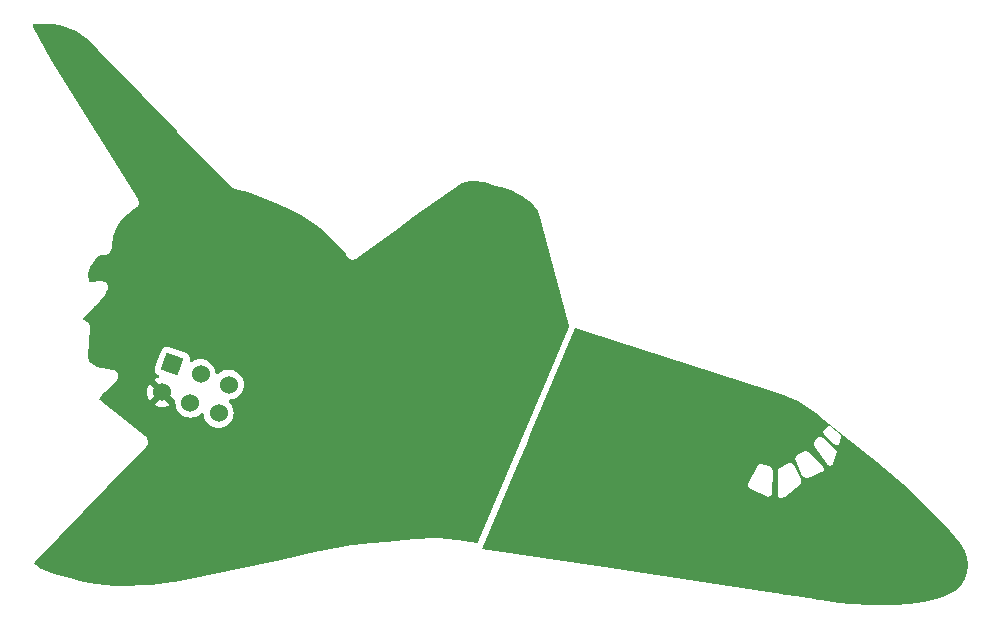
<source format=gtl>
%TF.GenerationSoftware,KiCad,Pcbnew,(6.0.4-0)*%
%TF.CreationDate,2022-05-22T15:15:46-04:00*%
%TF.ProjectId,space_shuttle_SAO,73706163-655f-4736-9875-74746c655f53,v03*%
%TF.SameCoordinates,Original*%
%TF.FileFunction,Copper,L1,Top*%
%TF.FilePolarity,Positive*%
%FSLAX46Y46*%
G04 Gerber Fmt 4.6, Leading zero omitted, Abs format (unit mm)*
G04 Created by KiCad (PCBNEW (6.0.4-0)) date 2022-05-22 15:15:46*
%MOMM*%
%LPD*%
G01*
G04 APERTURE LIST*
G04 Aperture macros list*
%AMRotRect*
0 Rectangle, with rotation*
0 The origin of the aperture is its center*
0 $1 length*
0 $2 width*
0 $3 Rotation angle, in degrees counterclockwise*
0 Add horizontal line*
21,1,$1,$2,0,0,$3*%
G04 Aperture macros list end*
%TA.AperFunction,ComponentPad*%
%ADD10RotRect,1.524000X1.524000X340.000000*%
%TD*%
%TA.AperFunction,ComponentPad*%
%ADD11C,1.524000*%
%TD*%
G04 APERTURE END LIST*
%TO.C,svg2mod*%
G36*
X166065817Y-100926656D02*
G01*
X167585105Y-101980338D01*
X168260517Y-102595803D01*
X169537441Y-103533730D01*
X172728462Y-106072595D01*
X175482298Y-108492085D01*
X177125091Y-110099738D01*
X178868655Y-111991612D01*
X179745088Y-112944009D01*
X180208624Y-113677299D01*
X180380707Y-114179592D01*
X180443752Y-114811594D01*
X180380707Y-115504575D01*
X180181235Y-116031675D01*
X179948174Y-116480745D01*
X179543031Y-116842996D01*
X179166828Y-117143235D01*
X178271274Y-117565433D01*
X177396392Y-117820198D01*
X176683774Y-117976259D01*
X175427003Y-118166945D01*
X174127859Y-118239811D01*
X172390496Y-118232561D01*
X170462448Y-118113705D01*
X168939028Y-117943692D01*
X168866585Y-117932737D01*
X168672090Y-117903307D01*
X168389793Y-117860558D01*
X168053943Y-117809642D01*
X167698792Y-117755714D01*
X167358589Y-117703928D01*
X167067583Y-117659439D01*
X166860026Y-117627399D01*
X166770167Y-117612963D01*
X166703702Y-117602391D01*
X166542987Y-117577825D01*
X166305350Y-117541848D01*
X166008115Y-117497042D01*
X165668609Y-117445989D01*
X165304157Y-117391272D01*
X164932086Y-117335473D01*
X164569721Y-117281173D01*
X164234389Y-117230955D01*
X163943415Y-117187402D01*
X163714125Y-117153096D01*
X163563846Y-117130619D01*
X163509902Y-117122552D01*
X150215621Y-115085983D01*
X139287607Y-113448874D01*
X141566366Y-108065738D01*
X161811370Y-108065738D01*
X161827906Y-108176326D01*
X161876997Y-108260559D01*
X161994821Y-108352025D01*
X162066134Y-108379415D01*
X163335306Y-109032086D01*
X163340466Y-109033145D01*
X163513583Y-109048120D01*
X163698584Y-109010914D01*
X163807103Y-108927714D01*
X163829437Y-108878083D01*
X164300654Y-108878083D01*
X164346128Y-109012960D01*
X164436047Y-109098224D01*
X164548701Y-109134398D01*
X164664972Y-109138023D01*
X164868577Y-109100301D01*
X164957977Y-109070845D01*
X164966762Y-109067220D01*
X166280375Y-107972197D01*
X166285032Y-107964974D01*
X166321206Y-107837850D01*
X166302077Y-107714861D01*
X166252986Y-107582053D01*
X165674726Y-106390394D01*
X165673138Y-106387298D01*
X165670492Y-106383674D01*
X165525800Y-106237946D01*
X165373871Y-106182135D01*
X165280949Y-106182646D01*
X165149173Y-106221920D01*
X165090261Y-106256544D01*
X164478412Y-106580039D01*
X164356458Y-106665823D01*
X164305814Y-106798630D01*
X164300654Y-106957793D01*
X164300654Y-108878083D01*
X163829437Y-108878083D01*
X163862915Y-108803690D01*
X163868603Y-108744262D01*
X163886701Y-106885980D01*
X163886701Y-106885450D01*
X163843809Y-106681846D01*
X163748723Y-106554721D01*
X163608679Y-106472558D01*
X163608150Y-106472558D01*
X162900699Y-106291173D01*
X162898053Y-106291173D01*
X162747243Y-106315951D01*
X162634586Y-106391399D01*
X162539503Y-106506636D01*
X162538974Y-106507694D01*
X161925056Y-107772733D01*
X161839791Y-107931380D01*
X161811370Y-108065738D01*
X141566366Y-108065738D01*
X142495376Y-105871128D01*
X165821360Y-105871128D01*
X165873552Y-106034426D01*
X166398067Y-107269491D01*
X166400184Y-107272586D01*
X166526274Y-107406428D01*
X166672517Y-107469473D01*
X166844083Y-107489634D01*
X166855963Y-107489105D01*
X166866308Y-107483946D01*
X167297291Y-107283442D01*
X167974770Y-106995604D01*
X167980961Y-106992959D01*
X168071912Y-106934049D01*
X168072441Y-106934049D01*
X168169074Y-106867903D01*
X168224886Y-106787803D01*
X168240390Y-106699954D01*
X168225918Y-106619338D01*
X168161322Y-106498415D01*
X168121532Y-106451907D01*
X168120473Y-106451378D01*
X166875587Y-105287108D01*
X166771201Y-105212694D01*
X166659582Y-105192533D01*
X166590311Y-105200891D01*
X166440964Y-105262385D01*
X165939187Y-105550739D01*
X165935563Y-105553834D01*
X165868382Y-105628764D01*
X165831176Y-105710931D01*
X165821360Y-105871128D01*
X142495376Y-105871128D01*
X143048229Y-104565118D01*
X167358209Y-104565118D01*
X167369586Y-104712396D01*
X167454334Y-104877760D01*
X167455393Y-104879877D01*
X167455922Y-104880935D01*
X168448109Y-106251911D01*
X168448109Y-106252440D01*
X168491517Y-106301015D01*
X168607272Y-106387830D01*
X168732846Y-106422453D01*
X168779873Y-106418829D01*
X168873925Y-106375937D01*
X168957639Y-106285505D01*
X168961263Y-106279314D01*
X169289926Y-105405464D01*
X169289926Y-105404406D01*
X169308526Y-105262295D01*
X169279073Y-105132586D01*
X169176753Y-105012698D01*
X168192315Y-104117663D01*
X168092581Y-104026194D01*
X167953571Y-103986922D01*
X167953042Y-103986922D01*
X167763897Y-104025077D01*
X167753049Y-104029734D01*
X167479163Y-104318606D01*
X167478105Y-104319664D01*
X167399558Y-104414232D01*
X167395933Y-104419391D01*
X167358209Y-104565118D01*
X143048229Y-104565118D01*
X143452267Y-103610655D01*
X168147350Y-103610655D01*
X168195927Y-103699539D01*
X168228481Y-103730027D01*
X168223322Y-103725900D01*
X169027925Y-104488127D01*
X169031021Y-104490773D01*
X169093547Y-104550717D01*
X169239277Y-104647869D01*
X169386036Y-104679392D01*
X169438230Y-104666983D01*
X169526596Y-104593085D01*
X169581891Y-104457692D01*
X169671807Y-103875815D01*
X169675935Y-103845327D01*
X168728705Y-103027289D01*
X168689946Y-102993700D01*
X168294111Y-103355375D01*
X168163886Y-103476813D01*
X168147350Y-103610655D01*
X143452267Y-103610655D01*
X147187899Y-94785932D01*
X164624047Y-100329793D01*
X166065817Y-100926656D01*
G37*
%TD*%
D10*
%TO.P,J1,1,VCC*%
%TO.N,Net-(J1-Pad1)*%
X113067172Y-97821158D03*
D11*
%TO.P,J1,2,GND*%
%TO.N,GND*%
X112198441Y-100207977D03*
%TO.P,J1,3,SDA*%
%TO.N,unconnected-(J1-Pad3)*%
X115453992Y-98689889D03*
%TO.P,J1,4,SCL*%
%TO.N,unconnected-(J1-Pad4)*%
X114585260Y-101076709D03*
%TO.P,J1,5,GPIO_1*%
%TO.N,unconnected-(J1-Pad5)*%
X117840811Y-99558621D03*
%TO.P,J1,6,GPIO_2*%
%TO.N,unconnected-(J1-Pad6)*%
X116972080Y-101945440D03*
%TD*%
%TA.AperFunction,Conductor*%
%TO.N,GND*%
G36*
X102803374Y-68998588D02*
G01*
X103054237Y-69045338D01*
X103805376Y-69185319D01*
X103830697Y-69192855D01*
X104901205Y-69638289D01*
X104922454Y-69649623D01*
X105144475Y-69796910D01*
X105776655Y-70216293D01*
X105797449Y-70233570D01*
X106740647Y-71206210D01*
X107537811Y-72028259D01*
X107537872Y-72028327D01*
X107537935Y-72028415D01*
X107565860Y-72057183D01*
X107590767Y-72082867D01*
X107590849Y-72082930D01*
X107590909Y-72082988D01*
X113419953Y-78087898D01*
X113420476Y-78088477D01*
X113420995Y-78089205D01*
X113448037Y-78116830D01*
X113472646Y-78142181D01*
X113473346Y-78142722D01*
X113473923Y-78143273D01*
X117957763Y-82723702D01*
X118014005Y-82781156D01*
X118028441Y-82798865D01*
X118036977Y-82811528D01*
X118043882Y-82817264D01*
X118068168Y-82837438D01*
X118074967Y-82843704D01*
X118076979Y-82845487D01*
X118080115Y-82848690D01*
X118083669Y-82851413D01*
X118083679Y-82851422D01*
X118098747Y-82862967D01*
X118102622Y-82866058D01*
X118149020Y-82904601D01*
X118156709Y-82907931D01*
X118159801Y-82909748D01*
X118166456Y-82914847D01*
X118174830Y-82918088D01*
X118174831Y-82918089D01*
X118222721Y-82936626D01*
X118227313Y-82938508D01*
X118247252Y-82947144D01*
X118247258Y-82947146D01*
X118251721Y-82949079D01*
X118256429Y-82950302D01*
X118261043Y-82951890D01*
X118261034Y-82951917D01*
X118268142Y-82954208D01*
X118293922Y-82964188D01*
X118293928Y-82964189D01*
X118302292Y-82967427D01*
X118317149Y-82968690D01*
X118321422Y-82969054D01*
X118342432Y-82972651D01*
X119485418Y-83269655D01*
X119498547Y-83273845D01*
X122028597Y-84236750D01*
X122038082Y-84240812D01*
X122937832Y-84670539D01*
X122941862Y-84672553D01*
X123979581Y-85214558D01*
X123991770Y-85221825D01*
X125445218Y-86203451D01*
X125536700Y-86265236D01*
X125549966Y-86275549D01*
X126127851Y-86790107D01*
X126678388Y-87280315D01*
X126690499Y-87292693D01*
X127745369Y-88530636D01*
X127748760Y-88534615D01*
X127756823Y-88545154D01*
X127863502Y-88701005D01*
X127865584Y-88704492D01*
X127866879Y-88708223D01*
X127872085Y-88715537D01*
X127872086Y-88715539D01*
X127907029Y-88764631D01*
X127908313Y-88766470D01*
X127924431Y-88790017D01*
X127926816Y-88792615D01*
X127929257Y-88795861D01*
X127951343Y-88826891D01*
X127958390Y-88832448D01*
X127958393Y-88832451D01*
X127968440Y-88840373D01*
X127983257Y-88854121D01*
X127997975Y-88870160D01*
X128005655Y-88874804D01*
X128005657Y-88874805D01*
X128026615Y-88887477D01*
X128039440Y-88896359D01*
X128058673Y-88911525D01*
X128065719Y-88917081D01*
X128074043Y-88920437D01*
X128085909Y-88925221D01*
X128103988Y-88934258D01*
X128114936Y-88940878D01*
X128114941Y-88940880D01*
X128122620Y-88945523D01*
X128131297Y-88947825D01*
X128154968Y-88954105D01*
X128169772Y-88959032D01*
X128200811Y-88971546D01*
X128222475Y-88973692D01*
X128242360Y-88977290D01*
X128263407Y-88982874D01*
X128296869Y-88982032D01*
X128312442Y-88982606D01*
X128345758Y-88985906D01*
X128354582Y-88984248D01*
X128367159Y-88981885D01*
X128387255Y-88979758D01*
X128400045Y-88979436D01*
X128400046Y-88979436D01*
X128409019Y-88979210D01*
X128417565Y-88976476D01*
X128417570Y-88976475D01*
X128440896Y-88969012D01*
X128456018Y-88965188D01*
X128480084Y-88960665D01*
X128480087Y-88960664D01*
X128488910Y-88959006D01*
X128508327Y-88949138D01*
X128527007Y-88941460D01*
X128547749Y-88934824D01*
X128555181Y-88929803D01*
X128555192Y-88929798D01*
X128575858Y-88915837D01*
X128580798Y-88912664D01*
X128584342Y-88910503D01*
X128588682Y-88908297D01*
X128611927Y-88891537D01*
X128614983Y-88889404D01*
X128668446Y-88853286D01*
X128672532Y-88848357D01*
X128678377Y-88843625D01*
X128682888Y-88840373D01*
X132240110Y-86275551D01*
X133440732Y-85409881D01*
X133441796Y-85409122D01*
X137568567Y-82498232D01*
X137614186Y-82478124D01*
X137956876Y-82402920D01*
X138169937Y-82356164D01*
X138190415Y-82353404D01*
X138616472Y-82331311D01*
X138633229Y-82331558D01*
X139508857Y-82402920D01*
X139539401Y-82409285D01*
X139958320Y-82552577D01*
X139974603Y-82559458D01*
X140151092Y-82649106D01*
X140163737Y-82656483D01*
X140193936Y-82676539D01*
X140255625Y-82695741D01*
X140258719Y-82696748D01*
X140319860Y-82717538D01*
X140360001Y-82719275D01*
X140373040Y-82720521D01*
X140883189Y-82796212D01*
X140908953Y-82802876D01*
X141977284Y-83203682D01*
X141992944Y-83210812D01*
X142163285Y-83302919D01*
X142669291Y-83576527D01*
X142685347Y-83586853D01*
X143559255Y-84247543D01*
X143582429Y-84270315D01*
X143706921Y-84429118D01*
X143897761Y-84672553D01*
X143988828Y-84788719D01*
X144009576Y-84827754D01*
X144197211Y-85409122D01*
X144397436Y-86029495D01*
X144399254Y-86035662D01*
X146686856Y-94596936D01*
X146685117Y-94667910D01*
X146681160Y-94678577D01*
X144889407Y-98911254D01*
X138976742Y-112878802D01*
X138931767Y-112933736D01*
X138864232Y-112955635D01*
X138844945Y-112954693D01*
X137282570Y-112757574D01*
X137276919Y-112756701D01*
X137272644Y-112755572D01*
X137267806Y-112755069D01*
X137267803Y-112755068D01*
X137240126Y-112752188D01*
X137237398Y-112751874D01*
X137217106Y-112749314D01*
X137208036Y-112748170D01*
X137203638Y-112748244D01*
X137197702Y-112747773D01*
X135587024Y-112580160D01*
X135586545Y-112580076D01*
X135586127Y-112579906D01*
X135546524Y-112575851D01*
X135489869Y-112570050D01*
X135489660Y-112570028D01*
X135479837Y-112569006D01*
X135479835Y-112569006D01*
X135478193Y-112568835D01*
X135478056Y-112568840D01*
X135474791Y-112568506D01*
X135442498Y-112570200D01*
X135440835Y-112570275D01*
X135415516Y-112571252D01*
X135377451Y-112572720D01*
X135377446Y-112572721D01*
X135369502Y-112573027D01*
X135366631Y-112573988D01*
X135363641Y-112574339D01*
X135252691Y-112580161D01*
X133688853Y-112662223D01*
X133683519Y-112662352D01*
X133679322Y-112662010D01*
X133650035Y-112664157D01*
X133646399Y-112664424D01*
X133643788Y-112664588D01*
X133641035Y-112664732D01*
X133613888Y-112666157D01*
X133609772Y-112666968D01*
X133604238Y-112667515D01*
X132733702Y-112731345D01*
X131163588Y-112846469D01*
X131157180Y-112846774D01*
X131155677Y-112846807D01*
X131150815Y-112846539D01*
X131145974Y-112847022D01*
X131145971Y-112847022D01*
X131119687Y-112849644D01*
X131116393Y-112849929D01*
X131092737Y-112851663D01*
X131092731Y-112851664D01*
X131088269Y-112851991D01*
X131083891Y-112852949D01*
X131080878Y-112853387D01*
X131075262Y-112854075D01*
X129946884Y-112966631D01*
X128385735Y-113122356D01*
X128376045Y-113122945D01*
X128360973Y-113123277D01*
X128356181Y-113124132D01*
X128356177Y-113124132D01*
X128346061Y-113125936D01*
X128336443Y-113127272D01*
X128328915Y-113128023D01*
X128328913Y-113128023D01*
X128324456Y-113128468D01*
X128309020Y-113132273D01*
X128300999Y-113133974D01*
X125577763Y-113619691D01*
X125565436Y-113621268D01*
X125562139Y-113621525D01*
X125562138Y-113621525D01*
X125557293Y-113621903D01*
X125552566Y-113623021D01*
X125552559Y-113623022D01*
X125535942Y-113626952D01*
X125529075Y-113628375D01*
X125510549Y-113631680D01*
X125506293Y-113633085D01*
X125506287Y-113633086D01*
X125502052Y-113634484D01*
X125491568Y-113637448D01*
X122264863Y-114400614D01*
X122261632Y-114401332D01*
X113304664Y-116269665D01*
X113140447Y-116303919D01*
X113130506Y-116305581D01*
X111218765Y-116547017D01*
X111205025Y-116547993D01*
X108660539Y-116589179D01*
X108136742Y-116597657D01*
X108122694Y-116597100D01*
X106042350Y-116397924D01*
X106019237Y-116393504D01*
X105269220Y-116175810D01*
X104501042Y-115952844D01*
X104492014Y-115949849D01*
X104481923Y-115946073D01*
X104477364Y-115944367D01*
X104463106Y-115941424D01*
X104453460Y-115939032D01*
X104446757Y-115937087D01*
X104446755Y-115937087D01*
X104442443Y-115935835D01*
X104426121Y-115933531D01*
X104418263Y-115932167D01*
X103376038Y-115717018D01*
X103354241Y-115710416D01*
X102636141Y-115419759D01*
X101994079Y-115159880D01*
X101973380Y-115149178D01*
X101545219Y-114874856D01*
X101440655Y-114807862D01*
X101394087Y-114754271D01*
X101383886Y-114684011D01*
X101417642Y-114614605D01*
X107498092Y-108267528D01*
X110806919Y-104813609D01*
X110820429Y-104802169D01*
X110825029Y-104797962D01*
X110832438Y-104792909D01*
X110863671Y-104754894D01*
X110870013Y-104747749D01*
X110878193Y-104739210D01*
X110886921Y-104727027D01*
X110891986Y-104720431D01*
X110919203Y-104687305D01*
X110919206Y-104687300D01*
X110924904Y-104680365D01*
X110928426Y-104672110D01*
X110932602Y-104665230D01*
X110936315Y-104658088D01*
X110941544Y-104650790D01*
X110958710Y-104601826D01*
X110961712Y-104594093D01*
X110978542Y-104554650D01*
X110978543Y-104554647D01*
X110982065Y-104546392D01*
X110983129Y-104537477D01*
X110985205Y-104529705D01*
X110986764Y-104521810D01*
X110989735Y-104513336D01*
X110992469Y-104461540D01*
X110993182Y-104453250D01*
X110995292Y-104435571D01*
X110999327Y-104401761D01*
X110997846Y-104392906D01*
X110997657Y-104384846D01*
X110996939Y-104376843D01*
X110997412Y-104367881D01*
X110985499Y-104317404D01*
X110983855Y-104309241D01*
X110980868Y-104291375D01*
X110977373Y-104280833D01*
X110974345Y-104270138D01*
X110966018Y-104234854D01*
X110963956Y-104226117D01*
X110959525Y-104218310D01*
X110956244Y-104209952D01*
X110956514Y-104209846D01*
X110945098Y-104178103D01*
X110942450Y-104163055D01*
X110940895Y-104154215D01*
X110924369Y-104120746D01*
X110924085Y-104120119D01*
X110923837Y-104119369D01*
X110908179Y-104087955D01*
X110876408Y-104023610D01*
X110875748Y-104022892D01*
X110875313Y-104022019D01*
X110869374Y-104015604D01*
X110869372Y-104015601D01*
X110826599Y-103969400D01*
X110826278Y-103969053D01*
X110802174Y-103942820D01*
X110802167Y-103942813D01*
X110800684Y-103941199D01*
X110800071Y-103940709D01*
X110799590Y-103940227D01*
X110782457Y-103921722D01*
X110776359Y-103915135D01*
X110750085Y-103899406D01*
X110736245Y-103889811D01*
X108593723Y-102181197D01*
X107447055Y-101266754D01*
X111504218Y-101266754D01*
X111513515Y-101278770D01*
X111556510Y-101308875D01*
X111565996Y-101314353D01*
X111757434Y-101403622D01*
X111767726Y-101407368D01*
X111971750Y-101462036D01*
X111982545Y-101463939D01*
X112192966Y-101482349D01*
X112203916Y-101482349D01*
X112414337Y-101463939D01*
X112425132Y-101462036D01*
X112629156Y-101407368D01*
X112639448Y-101403622D01*
X112830886Y-101314353D01*
X112840372Y-101308875D01*
X112884205Y-101278184D01*
X112892580Y-101267706D01*
X112885512Y-101254258D01*
X112211253Y-100579999D01*
X112197309Y-100572385D01*
X112195476Y-100572516D01*
X112188861Y-100576767D01*
X111510648Y-101254980D01*
X111504218Y-101266754D01*
X107447055Y-101266754D01*
X106956838Y-100875817D01*
X106933062Y-100850814D01*
X106914563Y-100825060D01*
X106891067Y-100758063D01*
X106907522Y-100689000D01*
X106919144Y-100672053D01*
X107292100Y-100213452D01*
X110924069Y-100213452D01*
X110942479Y-100423873D01*
X110944382Y-100434668D01*
X110999050Y-100638692D01*
X111002796Y-100648984D01*
X111092064Y-100840418D01*
X111097544Y-100849909D01*
X111128235Y-100893742D01*
X111138712Y-100902117D01*
X111152159Y-100895049D01*
X111826419Y-100220789D01*
X111834033Y-100206845D01*
X111833902Y-100205012D01*
X111829651Y-100198397D01*
X111151438Y-99520184D01*
X111139664Y-99513754D01*
X111127648Y-99523051D01*
X111097544Y-99566045D01*
X111092064Y-99575536D01*
X111002796Y-99766970D01*
X110999050Y-99777262D01*
X110944382Y-99981286D01*
X110942479Y-99992081D01*
X110924069Y-100202502D01*
X110924069Y-100213452D01*
X107292100Y-100213452D01*
X107332889Y-100163296D01*
X107343764Y-100151538D01*
X107860992Y-99659118D01*
X108235229Y-99302832D01*
X108236595Y-99301617D01*
X108238126Y-99300535D01*
X108257263Y-99281986D01*
X108264527Y-99274946D01*
X108265340Y-99274165D01*
X108286375Y-99254139D01*
X108286635Y-99253919D01*
X108289151Y-99252545D01*
X108339409Y-99202386D01*
X108340723Y-99201094D01*
X108353530Y-99188680D01*
X108361581Y-99180877D01*
X108363300Y-99178656D01*
X108365289Y-99176556D01*
X108385894Y-99155992D01*
X108385895Y-99155990D01*
X108392248Y-99149650D01*
X108393017Y-99148248D01*
X111504301Y-99148248D01*
X111511369Y-99161695D01*
X113245444Y-100895770D01*
X113249759Y-100898126D01*
X113299961Y-100948328D01*
X113314895Y-101019695D01*
X113309907Y-101076709D01*
X113329282Y-101298172D01*
X113386820Y-101512905D01*
X113389142Y-101517886D01*
X113389143Y-101517887D01*
X113478446Y-101709398D01*
X113478449Y-101709403D01*
X113480772Y-101714385D01*
X113608283Y-101896490D01*
X113765479Y-102053686D01*
X113769987Y-102056843D01*
X113769990Y-102056845D01*
X113845755Y-102109896D01*
X113947583Y-102181197D01*
X113952565Y-102183520D01*
X113952570Y-102183523D01*
X114144082Y-102272826D01*
X114149064Y-102275149D01*
X114154372Y-102276571D01*
X114154374Y-102276572D01*
X114220209Y-102294212D01*
X114363797Y-102332687D01*
X114585260Y-102352062D01*
X114806723Y-102332687D01*
X114950311Y-102294212D01*
X115016146Y-102276572D01*
X115016148Y-102276571D01*
X115021456Y-102275149D01*
X115026438Y-102272826D01*
X115217950Y-102183523D01*
X115217955Y-102183520D01*
X115222937Y-102181197D01*
X115324765Y-102109896D01*
X115400530Y-102056845D01*
X115400533Y-102056843D01*
X115405041Y-102053686D01*
X115490903Y-101967824D01*
X115553215Y-101933798D01*
X115624030Y-101938863D01*
X115680866Y-101981410D01*
X115705519Y-102045937D01*
X115716102Y-102166903D01*
X115744484Y-102272826D01*
X115765716Y-102352062D01*
X115773640Y-102381636D01*
X115775962Y-102386617D01*
X115775963Y-102386618D01*
X115865266Y-102578129D01*
X115865269Y-102578134D01*
X115867592Y-102583116D01*
X115995103Y-102765221D01*
X116152299Y-102922417D01*
X116156807Y-102925574D01*
X116156810Y-102925576D01*
X116232575Y-102978627D01*
X116334403Y-103049928D01*
X116339385Y-103052251D01*
X116339390Y-103052254D01*
X116530902Y-103141557D01*
X116535884Y-103143880D01*
X116541192Y-103145302D01*
X116541194Y-103145303D01*
X116607029Y-103162943D01*
X116750617Y-103201418D01*
X116972080Y-103220793D01*
X117193543Y-103201418D01*
X117337131Y-103162943D01*
X117402966Y-103145303D01*
X117402968Y-103145302D01*
X117408276Y-103143880D01*
X117413258Y-103141557D01*
X117604770Y-103052254D01*
X117604775Y-103052251D01*
X117609757Y-103049928D01*
X117711585Y-102978627D01*
X117787350Y-102925576D01*
X117787353Y-102925574D01*
X117791861Y-102922417D01*
X117949057Y-102765221D01*
X118076568Y-102583116D01*
X118078891Y-102578134D01*
X118078894Y-102578129D01*
X118168197Y-102386618D01*
X118168198Y-102386617D01*
X118170520Y-102381636D01*
X118178445Y-102352062D01*
X118199676Y-102272826D01*
X118228058Y-102166903D01*
X118247433Y-101945440D01*
X118228058Y-101723977D01*
X118170520Y-101509244D01*
X118149394Y-101463939D01*
X118078894Y-101312751D01*
X118078891Y-101312746D01*
X118076568Y-101307764D01*
X118047853Y-101266754D01*
X117952216Y-101130170D01*
X117952214Y-101130167D01*
X117949057Y-101125659D01*
X117863196Y-101039798D01*
X117829170Y-100977486D01*
X117834235Y-100906671D01*
X117876782Y-100849835D01*
X117941309Y-100825182D01*
X117985300Y-100821333D01*
X118062274Y-100814599D01*
X118217679Y-100772958D01*
X118271697Y-100758484D01*
X118271699Y-100758483D01*
X118277007Y-100757061D01*
X118281989Y-100754738D01*
X118473501Y-100665435D01*
X118473506Y-100665432D01*
X118478488Y-100663109D01*
X118608055Y-100572385D01*
X118656081Y-100538757D01*
X118656084Y-100538755D01*
X118660592Y-100535598D01*
X118817788Y-100378402D01*
X118836078Y-100352282D01*
X118942142Y-100200806D01*
X118942143Y-100200804D01*
X118945299Y-100196297D01*
X118947622Y-100191315D01*
X118947625Y-100191310D01*
X119036928Y-99999799D01*
X119036929Y-99999798D01*
X119039251Y-99994817D01*
X119049532Y-99956450D01*
X119058314Y-99923672D01*
X119096789Y-99780084D01*
X119116164Y-99558621D01*
X119096789Y-99337158D01*
X119055688Y-99183769D01*
X119040674Y-99127735D01*
X119040673Y-99127733D01*
X119039251Y-99122425D01*
X119034861Y-99113011D01*
X118947625Y-98925932D01*
X118947622Y-98925927D01*
X118945299Y-98920945D01*
X118938582Y-98911352D01*
X118820947Y-98743351D01*
X118820945Y-98743348D01*
X118817788Y-98738840D01*
X118660592Y-98581644D01*
X118656084Y-98578487D01*
X118656081Y-98578485D01*
X118553200Y-98506447D01*
X118478488Y-98454133D01*
X118473506Y-98451810D01*
X118473501Y-98451807D01*
X118281989Y-98362504D01*
X118281988Y-98362503D01*
X118277007Y-98360181D01*
X118271699Y-98358759D01*
X118271697Y-98358758D01*
X118166983Y-98330700D01*
X118062274Y-98302643D01*
X117840811Y-98283268D01*
X117619348Y-98302643D01*
X117514639Y-98330700D01*
X117409925Y-98358758D01*
X117409923Y-98358759D01*
X117404615Y-98360181D01*
X117399634Y-98362503D01*
X117399633Y-98362504D01*
X117208122Y-98451807D01*
X117208117Y-98451810D01*
X117203135Y-98454133D01*
X117198628Y-98457289D01*
X117198626Y-98457290D01*
X117025541Y-98578485D01*
X117025538Y-98578487D01*
X117021030Y-98581644D01*
X116935169Y-98667505D01*
X116872857Y-98701531D01*
X116802042Y-98696466D01*
X116745206Y-98653919D01*
X116720553Y-98589392D01*
X116716412Y-98542063D01*
X116709970Y-98468426D01*
X116652432Y-98253693D01*
X116627844Y-98200964D01*
X116560806Y-98057200D01*
X116560803Y-98057195D01*
X116558480Y-98052213D01*
X116543573Y-98030923D01*
X116434128Y-97874619D01*
X116434126Y-97874616D01*
X116430969Y-97870108D01*
X116273773Y-97712912D01*
X116269265Y-97709755D01*
X116269262Y-97709753D01*
X116115866Y-97602344D01*
X116091669Y-97585401D01*
X116086687Y-97583078D01*
X116086682Y-97583075D01*
X115895170Y-97493772D01*
X115895169Y-97493771D01*
X115890188Y-97491449D01*
X115884880Y-97490027D01*
X115884878Y-97490026D01*
X115819043Y-97472386D01*
X115675455Y-97433911D01*
X115453992Y-97414536D01*
X115232529Y-97433911D01*
X115088941Y-97472386D01*
X115023106Y-97490026D01*
X115023104Y-97490027D01*
X115017796Y-97491449D01*
X115012815Y-97493771D01*
X115012814Y-97493772D01*
X114821303Y-97583075D01*
X114821298Y-97583078D01*
X114816316Y-97585401D01*
X114811809Y-97588557D01*
X114811807Y-97588558D01*
X114725900Y-97648711D01*
X114658626Y-97671399D01*
X114589765Y-97654114D01*
X114541181Y-97602344D01*
X114528298Y-97532526D01*
X114535226Y-97502407D01*
X114536966Y-97497626D01*
X114538134Y-97494418D01*
X114553053Y-97433675D01*
X114551655Y-97288024D01*
X114543027Y-97259535D01*
X114512035Y-97157211D01*
X114509433Y-97148620D01*
X114429783Y-97026670D01*
X114319107Y-96931976D01*
X114262986Y-96904361D01*
X113487981Y-96622282D01*
X112743647Y-96351366D01*
X112743644Y-96351365D01*
X112740432Y-96350196D01*
X112679689Y-96335277D01*
X112534038Y-96336675D01*
X112525448Y-96339277D01*
X112525446Y-96339277D01*
X112403225Y-96376295D01*
X112394634Y-96378897D01*
X112272684Y-96458547D01*
X112177990Y-96569223D01*
X112150375Y-96625344D01*
X112040039Y-96928489D01*
X111631037Y-98052213D01*
X111596210Y-98147898D01*
X111581291Y-98208641D01*
X111582689Y-98354292D01*
X111585291Y-98362882D01*
X111585291Y-98362884D01*
X111614884Y-98460589D01*
X111624911Y-98493696D01*
X111704561Y-98615646D01*
X111815237Y-98710340D01*
X111871358Y-98737955D01*
X111876451Y-98739809D01*
X111880165Y-98741161D01*
X111937336Y-98783257D01*
X111962672Y-98849579D01*
X111948130Y-98919070D01*
X111898326Y-98969668D01*
X111869679Y-98981268D01*
X111767726Y-99008586D01*
X111757434Y-99012332D01*
X111566000Y-99101600D01*
X111556509Y-99107080D01*
X111512676Y-99137771D01*
X111504301Y-99148248D01*
X108393017Y-99148248D01*
X108403293Y-99129521D01*
X108414119Y-99113011D01*
X108422670Y-99101966D01*
X108422671Y-99101964D01*
X108428166Y-99094866D01*
X108431447Y-99086513D01*
X108431451Y-99086506D01*
X108439974Y-99064808D01*
X108446787Y-99050263D01*
X108458000Y-99029827D01*
X108462320Y-99021955D01*
X108467271Y-98999539D01*
X108473027Y-98980656D01*
X108478137Y-98967647D01*
X108481419Y-98959292D01*
X108484315Y-98927127D01*
X108486773Y-98911254D01*
X108491801Y-98888491D01*
X108493737Y-98879726D01*
X108492198Y-98856828D01*
X108492422Y-98837087D01*
X108494481Y-98814222D01*
X108492744Y-98805414D01*
X108492744Y-98805410D01*
X108488234Y-98782538D01*
X108486136Y-98766607D01*
X108484574Y-98743353D01*
X108484574Y-98743351D01*
X108483972Y-98734396D01*
X108476069Y-98712852D01*
X108470743Y-98693839D01*
X108468038Y-98680121D01*
X108466302Y-98671316D01*
X108451412Y-98642658D01*
X108444929Y-98627957D01*
X108436905Y-98606082D01*
X108436901Y-98606075D01*
X108433810Y-98597648D01*
X108420177Y-98579186D01*
X108409727Y-98562430D01*
X108399145Y-98542063D01*
X108392936Y-98535578D01*
X108392933Y-98535574D01*
X108376810Y-98518734D01*
X108366463Y-98506447D01*
X108352619Y-98487700D01*
X108352617Y-98487698D01*
X108347284Y-98480476D01*
X108329017Y-98466582D01*
X108314286Y-98453434D01*
X108312729Y-98451807D01*
X108298412Y-98436854D01*
X108270428Y-98420733D01*
X108257052Y-98411846D01*
X108238491Y-98397729D01*
X108238490Y-98397728D01*
X108231350Y-98392298D01*
X108209913Y-98384088D01*
X108192086Y-98375603D01*
X108179981Y-98368630D01*
X108179978Y-98368629D01*
X108172198Y-98364147D01*
X108138665Y-98356007D01*
X108132541Y-98354356D01*
X108131383Y-98354012D01*
X108126834Y-98352270D01*
X108097899Y-98346064D01*
X108094612Y-98345313D01*
X108039372Y-98331903D01*
X108039371Y-98331903D01*
X108030651Y-98329786D01*
X108024992Y-98330049D01*
X108018674Y-98329071D01*
X107159014Y-98144683D01*
X106628637Y-98030923D01*
X106586388Y-98013364D01*
X106023781Y-97647618D01*
X105977570Y-97593720D01*
X105968621Y-97565238D01*
X105890119Y-97147283D01*
X105888390Y-97113555D01*
X106081260Y-94800380D01*
X106085510Y-94776805D01*
X106086446Y-94773470D01*
X106086446Y-94773467D01*
X106088871Y-94764828D01*
X106088400Y-94721420D01*
X106088828Y-94709598D01*
X106089347Y-94703379D01*
X106088128Y-94682765D01*
X106087915Y-94676699D01*
X106087504Y-94638736D01*
X106087292Y-94619179D01*
X106084680Y-94610593D01*
X106084255Y-94607840D01*
X106084182Y-94607156D01*
X106084012Y-94606485D01*
X106083456Y-94603760D01*
X106082926Y-94594796D01*
X106063536Y-94540596D01*
X106061651Y-94534896D01*
X106044898Y-94479827D01*
X106039975Y-94472310D01*
X106038803Y-94469805D01*
X106038536Y-94469157D01*
X106038190Y-94468570D01*
X106036888Y-94466105D01*
X106033864Y-94457650D01*
X106000061Y-94411096D01*
X105996613Y-94406099D01*
X105970012Y-94365481D01*
X105965097Y-94357976D01*
X105958272Y-94352151D01*
X105956431Y-94350061D01*
X105955998Y-94349520D01*
X105955499Y-94349052D01*
X105953557Y-94347050D01*
X105948283Y-94339787D01*
X105902753Y-94304576D01*
X105898055Y-94300758D01*
X105883675Y-94288485D01*
X105883671Y-94288482D01*
X105879967Y-94285321D01*
X105875286Y-94282438D01*
X105864291Y-94274832D01*
X105840163Y-94256173D01*
X105833060Y-94250680D01*
X105824703Y-94247402D01*
X105824701Y-94247401D01*
X105817829Y-94244706D01*
X105797761Y-94234690D01*
X105615637Y-94122520D01*
X105567499Y-94068444D01*
X105527988Y-93983631D01*
X105517352Y-93913435D01*
X105546356Y-93848633D01*
X105557677Y-93836981D01*
X105869199Y-93555187D01*
X105870620Y-93553987D01*
X105872180Y-93552943D01*
X105899311Y-93527953D01*
X105900042Y-93527287D01*
X105925016Y-93504696D01*
X105926220Y-93503248D01*
X105927548Y-93501946D01*
X106253665Y-93201568D01*
X106254720Y-93200722D01*
X106255975Y-93200090D01*
X106258864Y-93197396D01*
X106258874Y-93197388D01*
X106312667Y-93147226D01*
X106313236Y-93146698D01*
X106333780Y-93127776D01*
X106334471Y-93126928D01*
X106335029Y-93126373D01*
X106355937Y-93106877D01*
X106355938Y-93106875D01*
X106362503Y-93100754D01*
X106367084Y-93093039D01*
X106367088Y-93093034D01*
X106375608Y-93078685D01*
X106386307Y-93063378D01*
X106396855Y-93050446D01*
X106396855Y-93050445D01*
X106402531Y-93043487D01*
X106414047Y-93016229D01*
X106421773Y-93000936D01*
X106432287Y-92983229D01*
X106436870Y-92975511D01*
X106443253Y-92950654D01*
X106449228Y-92932953D01*
X106459217Y-92909310D01*
X106461846Y-92910421D01*
X106488059Y-92865488D01*
X106826629Y-92535784D01*
X106916927Y-92447851D01*
X106924305Y-92441214D01*
X106935481Y-92431932D01*
X106945861Y-92420175D01*
X106952394Y-92413313D01*
X106961410Y-92404533D01*
X106964143Y-92400985D01*
X106964148Y-92400980D01*
X106970776Y-92392377D01*
X106976130Y-92385887D01*
X107323487Y-91992416D01*
X107340291Y-91976578D01*
X107351825Y-91967552D01*
X107375837Y-91934081D01*
X107382857Y-91925272D01*
X107383473Y-91924466D01*
X107386442Y-91921102D01*
X107398992Y-91901987D01*
X107401915Y-91897730D01*
X107414231Y-91880563D01*
X107414231Y-91880562D01*
X107417064Y-91876614D01*
X107419256Y-91872276D01*
X107421438Y-91868677D01*
X107425698Y-91861312D01*
X107441214Y-91837681D01*
X107441215Y-91837678D01*
X107446141Y-91830176D01*
X107451567Y-91812418D01*
X107459605Y-91792417D01*
X107561365Y-91591011D01*
X107567137Y-91580799D01*
X107585604Y-91551407D01*
X107590380Y-91543806D01*
X107606006Y-91488733D01*
X107607833Y-91482848D01*
X107626151Y-91428590D01*
X107626520Y-91419622D01*
X107627155Y-91416197D01*
X107627205Y-91415981D01*
X107627226Y-91415748D01*
X107627689Y-91412315D01*
X107630140Y-91403679D01*
X107629682Y-91346452D01*
X107629784Y-91340266D01*
X107631768Y-91292024D01*
X107632137Y-91283056D01*
X107629973Y-91274341D01*
X107629623Y-91270890D01*
X107629610Y-91270656D01*
X107629568Y-91270444D01*
X107629046Y-91266997D01*
X107628974Y-91258026D01*
X107626386Y-91249430D01*
X107612466Y-91203203D01*
X107610828Y-91197237D01*
X107597035Y-91141691D01*
X107592514Y-91133936D01*
X107591210Y-91130725D01*
X107591133Y-91130507D01*
X107591027Y-91130304D01*
X107589562Y-91127148D01*
X107586974Y-91118555D01*
X107555745Y-91070574D01*
X107552531Y-91065361D01*
X107523669Y-91015860D01*
X107517157Y-91009689D01*
X107514982Y-91006945D01*
X107514861Y-91006776D01*
X107514697Y-91006606D01*
X107512413Y-91003998D01*
X107507518Y-90996478D01*
X107464091Y-90959202D01*
X107459499Y-90955061D01*
X107424446Y-90921849D01*
X107417933Y-90915678D01*
X107409953Y-90911585D01*
X107407105Y-90909568D01*
X107406933Y-90909434D01*
X107406717Y-90909310D01*
X107403806Y-90907456D01*
X107396993Y-90901608D01*
X107388816Y-90897909D01*
X107388813Y-90897907D01*
X107344840Y-90878014D01*
X107339269Y-90875327D01*
X107296317Y-90853296D01*
X107296315Y-90853295D01*
X107288331Y-90849200D01*
X107279518Y-90847510D01*
X107276215Y-90846372D01*
X107276017Y-90846293D01*
X107275787Y-90846238D01*
X107272461Y-90845272D01*
X107264283Y-90841573D01*
X107207607Y-90833565D01*
X107201505Y-90832550D01*
X107171376Y-90826773D01*
X107145280Y-90821769D01*
X107136341Y-90822621D01*
X107136340Y-90822621D01*
X107097861Y-90826289D01*
X107087684Y-90826845D01*
X106108992Y-90840661D01*
X106040595Y-90821623D01*
X105993350Y-90768629D01*
X105982263Y-90730909D01*
X105934394Y-90362505D01*
X105935681Y-90322116D01*
X105951690Y-90240159D01*
X106046829Y-89753072D01*
X106060454Y-89715846D01*
X106213154Y-89442107D01*
X106310685Y-89267268D01*
X106325758Y-89245838D01*
X106553214Y-88985021D01*
X106796023Y-88706598D01*
X106828575Y-88679956D01*
X107038414Y-88560313D01*
X107113285Y-88544389D01*
X107203232Y-88553329D01*
X107237843Y-88556770D01*
X107243261Y-88557635D01*
X107247972Y-88559407D01*
X107311504Y-88564206D01*
X107314804Y-88564455D01*
X107317777Y-88564715D01*
X107344932Y-88567414D01*
X107349422Y-88567220D01*
X107349606Y-88567225D01*
X107355560Y-88567533D01*
X107393216Y-88570377D01*
X107412836Y-88566213D01*
X107433550Y-88563586D01*
X107453603Y-88562720D01*
X107462096Y-88559833D01*
X107462097Y-88559833D01*
X107486912Y-88551398D01*
X107501306Y-88547440D01*
X107512026Y-88545165D01*
X107535701Y-88540141D01*
X107543604Y-88535889D01*
X107543607Y-88535888D01*
X107553369Y-88530636D01*
X107572516Y-88522300D01*
X107583013Y-88518732D01*
X107583016Y-88518730D01*
X107591511Y-88515843D01*
X107598851Y-88510690D01*
X107598856Y-88510687D01*
X107620304Y-88495628D01*
X107633006Y-88487791D01*
X107656067Y-88475384D01*
X107656072Y-88475380D01*
X107663972Y-88471130D01*
X107678261Y-88457049D01*
X107694296Y-88443676D01*
X107703373Y-88437303D01*
X107703374Y-88437302D01*
X107710719Y-88432145D01*
X107732680Y-88404661D01*
X107742671Y-88393574D01*
X107761321Y-88375195D01*
X107761324Y-88375191D01*
X107767718Y-88368890D01*
X107777479Y-88351367D01*
X107789116Y-88334033D01*
X107796038Y-88325370D01*
X107796040Y-88325366D01*
X107801645Y-88318352D01*
X107805055Y-88310048D01*
X107805057Y-88310045D01*
X107815006Y-88285818D01*
X107817886Y-88279840D01*
X107817780Y-88279791D01*
X107819811Y-88275375D01*
X107822182Y-88271118D01*
X107831573Y-88245689D01*
X107833216Y-88241475D01*
X107853567Y-88191919D01*
X107856978Y-88183614D01*
X107857760Y-88176205D01*
X107860516Y-88167315D01*
X107902142Y-88054600D01*
X107912856Y-88032499D01*
X107913850Y-88030875D01*
X107913852Y-88030869D01*
X107918536Y-88023214D01*
X107920882Y-88014554D01*
X107920884Y-88014550D01*
X107930297Y-87979804D01*
X107933712Y-87969113D01*
X107936396Y-87961845D01*
X107940413Y-87943142D01*
X107941983Y-87936672D01*
X107946531Y-87919884D01*
X107947803Y-87915190D01*
X107948575Y-87908210D01*
X107950618Y-87895619D01*
X107957348Y-87864275D01*
X107957348Y-87864274D01*
X107959233Y-87855496D01*
X107958154Y-87840730D01*
X107958582Y-87817701D01*
X108044089Y-87044310D01*
X108051217Y-87014268D01*
X108347900Y-86215958D01*
X108359720Y-86192187D01*
X108459385Y-86035669D01*
X108628389Y-85770256D01*
X108711513Y-85639714D01*
X108729201Y-85617796D01*
X109258517Y-85094391D01*
X109273793Y-85081514D01*
X109848223Y-84670539D01*
X109994922Y-84565584D01*
X110002406Y-84560623D01*
X110038055Y-84538779D01*
X110038057Y-84538777D01*
X110045710Y-84534088D01*
X110079512Y-84496813D01*
X110085746Y-84490411D01*
X110115603Y-84461848D01*
X110122090Y-84455642D01*
X110126575Y-84447864D01*
X110132115Y-84440803D01*
X110132212Y-84440879D01*
X110132602Y-84440345D01*
X110132499Y-84440275D01*
X110137524Y-84432840D01*
X110143556Y-84426188D01*
X110165545Y-84380908D01*
X110169707Y-84373059D01*
X110194848Y-84329458D01*
X110196968Y-84320739D01*
X110200307Y-84312400D01*
X110200422Y-84312446D01*
X110200645Y-84311826D01*
X110200526Y-84311788D01*
X110203262Y-84303241D01*
X110207185Y-84295163D01*
X110215576Y-84245568D01*
X110217377Y-84236818D01*
X110217822Y-84234991D01*
X110229267Y-84187926D01*
X110228855Y-84178961D01*
X110229718Y-84170028D01*
X110229840Y-84170040D01*
X110229881Y-84169374D01*
X110229758Y-84169371D01*
X110229985Y-84160400D01*
X110231483Y-84151547D01*
X110230436Y-84142631D01*
X110230436Y-84142627D01*
X110225617Y-84101591D01*
X110224890Y-84092681D01*
X110222992Y-84051391D01*
X110222580Y-84042422D01*
X110219667Y-84033930D01*
X110217988Y-84025111D01*
X110218109Y-84025088D01*
X110217962Y-84024443D01*
X110217842Y-84024475D01*
X110215542Y-84015798D01*
X110214495Y-84006883D01*
X110194840Y-83960573D01*
X110191648Y-83952241D01*
X110178235Y-83913137D01*
X110175322Y-83904643D01*
X110143708Y-83859881D01*
X110139612Y-83853701D01*
X102821675Y-72072869D01*
X102818655Y-72067741D01*
X101280423Y-69308745D01*
X101270927Y-69287193D01*
X101234354Y-69177352D01*
X101231811Y-69106401D01*
X101268031Y-69045338D01*
X101331515Y-69013552D01*
X101352568Y-69011554D01*
X102189858Y-69002695D01*
X102778961Y-68996462D01*
X102803374Y-68998588D01*
G37*
%TD.AperFunction*%
%TD*%
M02*

</source>
